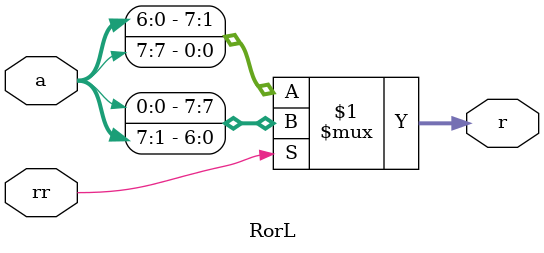
<source format=v>

`timescale 1ns / 1ps

module RorL( input [7:0] a, input rr, output [7:0] r );

	assign r = rr ? { a[0], a[7:1] } : { a[6:0], a[7] };

endmodule

</source>
